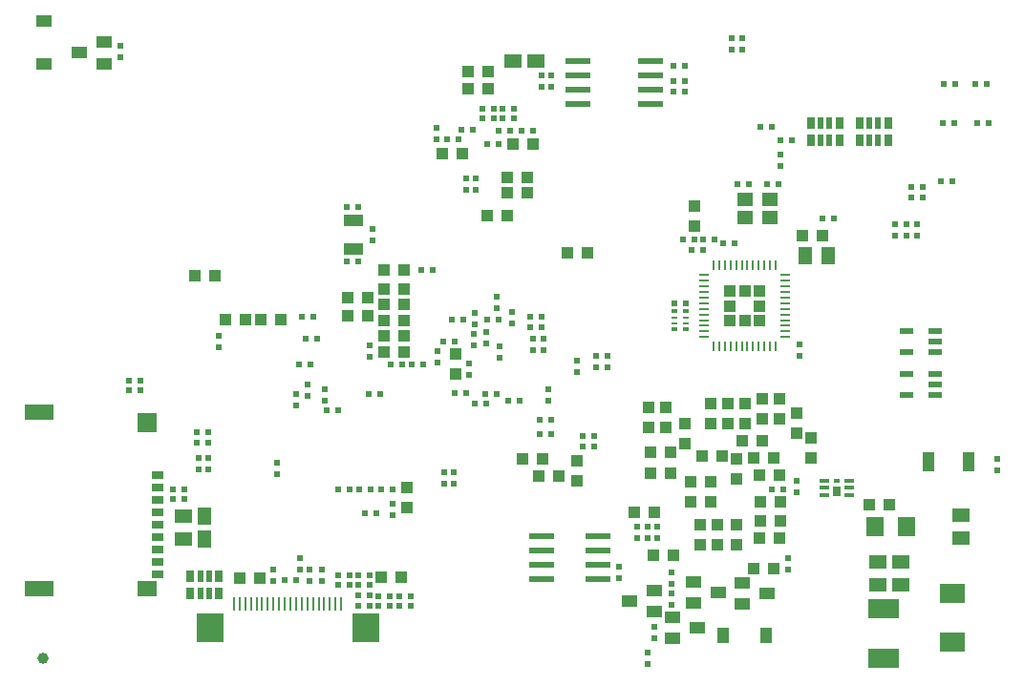
<source format=gbr>
%TF.GenerationSoftware,KiCad,Pcbnew,5.1.4-e60b266~84~ubuntu18.04.1*%
%TF.CreationDate,2025-05-23T09:22:49+03:00*%
%TF.ProjectId,A64-OlinuXino_Rev_H,4136342d-4f6c-4696-9e75-58696e6f5f52,H*%
%TF.SameCoordinates,PX5f5e100PY5f5e100*%
%TF.FileFunction,Paste,Bot*%
%TF.FilePolarity,Positive*%
%FSLAX46Y46*%
G04 Gerber Fmt 4.6, Leading zero omitted, Abs format (unit mm)*
G04 Created by KiCad (PCBNEW 5.1.4-e60b266~84~ubuntu18.04.1) date 2025-05-23 09:22:49*
%MOMM*%
%LPD*%
G04 APERTURE LIST*
%ADD10R,1.200000X0.550000*%
%ADD11R,1.400000X1.000000*%
%ADD12R,0.550000X0.500000*%
%ADD13R,1.400000X1.200000*%
%ADD14C,1.000000*%
%ADD15R,1.800000X1.000000*%
%ADD16R,0.500000X0.550000*%
%ADD17R,2.200000X0.600000*%
%ADD18R,0.600000X0.350000*%
%ADD19R,0.800000X0.950000*%
%ADD20R,0.900000X0.350000*%
%ADD21R,0.605000X0.305000*%
%ADD22R,0.605000X0.230000*%
%ADD23R,1.016000X1.016000*%
%ADD24R,2.600000X1.400000*%
%ADD25R,1.800000X1.800000*%
%ADD26R,1.800000X1.400000*%
%ADD27R,1.100000X0.700000*%
%ADD28R,0.230000X1.280000*%
%ADD29R,2.400000X2.600000*%
%ADD30R,1.000000X1.000000*%
%ADD31R,0.880000X0.230000*%
%ADD32R,0.230000X0.880000*%
%ADD33R,0.508000X1.016000*%
%ADD34R,0.762000X1.016000*%
%ADD35R,1.524000X1.270000*%
%ADD36R,1.000000X1.400000*%
%ADD37R,2.700000X1.800000*%
%ADD38R,1.270000X1.524000*%
%ADD39R,1.524000X1.778000*%
%ADD40R,1.016000X1.778000*%
%ADD41R,2.286000X1.778000*%
G04 APERTURE END LIST*
D10*
%TO.C,TVS2*%
X83545000Y26655000D03*
X83545000Y25705000D03*
X83545000Y24755000D03*
X80945000Y26655000D03*
X80945000Y24755000D03*
%TD*%
%TO.C,TVS1*%
X83545000Y30465000D03*
X83545000Y29515000D03*
X83545000Y28565000D03*
X80945000Y30465000D03*
X80945000Y28565000D03*
%TD*%
D11*
%TO.C,D3*%
X4521000Y54158000D03*
X4521000Y57958000D03*
%TD*%
%TO.C,U16*%
X60190000Y3165000D03*
X60190000Y5065000D03*
X62390000Y4115000D03*
%TD*%
D12*
%TO.C,R24*%
X60147000Y8052000D03*
X60147000Y9068000D03*
%TD*%
%TO.C,R22*%
X60147000Y6147000D03*
X60147000Y7163000D03*
%TD*%
%TO.C,R20*%
X58623000Y4242000D03*
X58623000Y3226000D03*
%TD*%
D11*
%TO.C,FET4*%
X56377640Y6530540D03*
X58587440Y5575500D03*
X58587440Y7477960D03*
%TD*%
%TO.C,FET3*%
X66405560Y6213040D03*
X66405560Y8115500D03*
X68615360Y7160460D03*
%TD*%
D13*
%TO.C,Q4*%
X68867000Y42126000D03*
X66667000Y40526000D03*
X66667000Y42126000D03*
X68867000Y40526000D03*
%TD*%
D14*
%TO.C,FID5*%
X4394000Y1448000D03*
%TD*%
D15*
%TO.C,Q2*%
X31953000Y37790000D03*
X31953000Y40290000D03*
%TD*%
D16*
%TO.C,R15*%
X44399000Y49327000D03*
X43383000Y49327000D03*
%TD*%
D17*
%TO.C,U4*%
X53649501Y8432999D03*
X53649501Y9702999D03*
X53649501Y10972999D03*
X53649501Y12242999D03*
X48649501Y12242999D03*
X48649501Y10972999D03*
X48649501Y9702999D03*
X48649501Y8432999D03*
%TD*%
D12*
%TO.C,C39*%
X55448000Y9576000D03*
X55448000Y8560000D03*
%TD*%
D16*
%TO.C,R66*%
X45161000Y49327000D03*
X46177000Y49327000D03*
%TD*%
D12*
%TO.C,C94*%
X42811500Y43040500D03*
X42811500Y44056500D03*
%TD*%
D16*
%TO.C,R131*%
X36017000Y6972500D03*
X37033000Y6972500D03*
%TD*%
%TO.C,R132*%
X32334000Y7036000D03*
X33350000Y7036000D03*
%TD*%
%TO.C,R127*%
X35191500Y6972500D03*
X34175500Y6972500D03*
%TD*%
%TO.C,R128*%
X33350000Y7925000D03*
X32334000Y7925000D03*
%TD*%
%TO.C,R129*%
X37033000Y6083500D03*
X36017000Y6083500D03*
%TD*%
%TO.C,R130*%
X33350000Y6083500D03*
X32334000Y6083500D03*
%TD*%
%TO.C,R126*%
X30556000Y7925000D03*
X31572000Y7925000D03*
%TD*%
%TO.C,R125*%
X35191500Y6083500D03*
X34175500Y6083500D03*
%TD*%
%TO.C,R121*%
X46177000Y50216000D03*
X45161000Y50216000D03*
%TD*%
D18*
%TO.C,T1*%
X74752000Y17211000D03*
D19*
X74752000Y16211000D03*
D20*
X75852000Y15911000D03*
X75852000Y16561000D03*
X75852000Y17211000D03*
X73652000Y17211000D03*
X73652000Y16561000D03*
X73652000Y15911000D03*
%TD*%
D21*
%TO.C,RM15*%
X60396500Y30630000D03*
X61421500Y30630000D03*
D22*
X60396500Y31170000D03*
X61421500Y31170000D03*
X60396500Y31670000D03*
X61421500Y31670000D03*
D21*
X60396500Y32210000D03*
X61421500Y32210000D03*
%TD*%
D16*
%TO.C,R62*%
X43383000Y50216000D03*
X44399000Y50216000D03*
%TD*%
D23*
%TO.C,C162*%
X61290000Y20498000D03*
X61290000Y22276000D03*
%TD*%
D17*
%TO.C,U12*%
X51832000Y54407000D03*
X51832000Y53137000D03*
X51832000Y51867000D03*
X51832000Y50597000D03*
X58302000Y50597000D03*
X58302000Y51867000D03*
X58302000Y53137000D03*
X58302000Y54407000D03*
%TD*%
D24*
%TO.C,MICRO_SD1*%
X4085000Y7568000D03*
X4085000Y23268000D03*
D25*
X13685000Y22368000D03*
D26*
X13685000Y7568000D03*
D27*
X14565000Y8868000D03*
X14565000Y9968000D03*
X14565000Y11068000D03*
X14565000Y12168000D03*
X14565000Y13268000D03*
X14565000Y14368000D03*
X14565000Y15468000D03*
X14565000Y16568000D03*
X14565000Y17668000D03*
%TD*%
D28*
%TO.C,MIPI-DSI1*%
X21361000Y6230000D03*
X21861000Y6230000D03*
X22361000Y6230000D03*
X22861000Y6230000D03*
X23361000Y6230000D03*
X23861000Y6230000D03*
X24361000Y6230000D03*
X24861000Y6230000D03*
X25361000Y6230000D03*
X25861000Y6230000D03*
X26361000Y6230000D03*
X26861000Y6230000D03*
X27361000Y6230000D03*
X27861000Y6230000D03*
X28361000Y6230000D03*
X28861000Y6230000D03*
X29361000Y6230000D03*
X29861000Y6230000D03*
X30361000Y6230000D03*
X30861000Y6230000D03*
D29*
X19211000Y4130000D03*
X33011000Y4130000D03*
%TD*%
D30*
%TO.C,U15*%
X67919400Y33985400D03*
X66624000Y33985400D03*
X67919400Y32690000D03*
X67919400Y31394600D03*
X66624000Y31394600D03*
X65328600Y31394600D03*
X65328600Y32690000D03*
D31*
X70224000Y35440000D03*
X70224000Y34940000D03*
X70224000Y34440000D03*
X70224000Y33940000D03*
X70224000Y33440000D03*
X70224000Y32940000D03*
X70224000Y32440000D03*
X70224000Y31940000D03*
X70224000Y31440000D03*
X70224000Y30940000D03*
X70224000Y30440000D03*
X70224000Y29940000D03*
D32*
X69374000Y29090000D03*
X68874000Y29090000D03*
X68374000Y29090000D03*
X67874000Y29090000D03*
X67374000Y29090000D03*
X66874000Y29090000D03*
X66374000Y29090000D03*
X65874000Y29090000D03*
X65374000Y29090000D03*
X64874000Y29090000D03*
X64374000Y29090000D03*
X63874000Y29090000D03*
D31*
X63024000Y29940000D03*
X63024000Y30440000D03*
X63024000Y30940000D03*
X63024000Y31440000D03*
X63024000Y31940000D03*
X63024000Y32440000D03*
X63024000Y32940000D03*
X63024000Y33440000D03*
X63024000Y33940000D03*
X63024000Y34440000D03*
X63024000Y34940000D03*
X63024000Y35440000D03*
D32*
X63874000Y36290000D03*
X64374000Y36290000D03*
X64874000Y36290000D03*
X65374000Y36290000D03*
X65874000Y36290000D03*
X66374000Y36290000D03*
X66874000Y36290000D03*
X67374000Y36290000D03*
X67874000Y36290000D03*
X68374000Y36290000D03*
X68874000Y36290000D03*
X69374000Y36290000D03*
D30*
X65328600Y33985400D03*
%TD*%
D33*
%TO.C,RM9*%
X77673000Y47422000D03*
X78435000Y47422000D03*
X77673000Y48946000D03*
X78435000Y48946000D03*
D34*
X76784000Y47422000D03*
X76784000Y48946000D03*
X79324000Y47422000D03*
X79324000Y48946000D03*
%TD*%
D12*
%TO.C,R93*%
X33604000Y38532000D03*
X33604000Y39548000D03*
%TD*%
%TO.C,R46*%
X11252000Y54788000D03*
X11252000Y55804000D03*
%TD*%
%TO.C,C1*%
X35400000Y14092000D03*
X35400000Y15108000D03*
%TD*%
D16*
%TO.C,C2*%
X34366000Y16434000D03*
X35382000Y16434000D03*
%TD*%
%TO.C,C3*%
X32461000Y16434000D03*
X33477000Y16434000D03*
%TD*%
%TO.C,C4*%
X30556000Y16434000D03*
X31572000Y16434000D03*
%TD*%
D23*
%TO.C,C5*%
X36144000Y8623500D03*
X34366000Y8623500D03*
%TD*%
D12*
%TO.C,C6*%
X29159000Y8306000D03*
X29159000Y9322000D03*
%TD*%
%TO.C,C7*%
X24841000Y8306000D03*
X24841000Y9322000D03*
%TD*%
%TO.C,C8*%
X25200000Y18808000D03*
X25200000Y17792000D03*
%TD*%
%TO.C,C9*%
X29413000Y25324000D03*
X29413000Y24308000D03*
%TD*%
D23*
%TO.C,C10*%
X25489000Y31500000D03*
X23711000Y31500000D03*
%TD*%
D12*
%TO.C,C11*%
X19100000Y19208000D03*
X19100000Y18192000D03*
%TD*%
D16*
%TO.C,C12*%
X34008000Y14300000D03*
X32992000Y14300000D03*
%TD*%
%TO.C,C13*%
X32334000Y8814000D03*
X33350000Y8814000D03*
%TD*%
%TO.C,C14*%
X30556000Y8814000D03*
X31572000Y8814000D03*
%TD*%
D12*
%TO.C,C15*%
X33400000Y28192000D03*
X33400000Y29208000D03*
%TD*%
D23*
%TO.C,C16*%
X21911000Y8500000D03*
X23689000Y8500000D03*
%TD*%
D16*
%TO.C,C17*%
X44608000Y24900000D03*
X43592000Y24900000D03*
%TD*%
%TO.C,C18*%
X46708000Y24300000D03*
X45692000Y24300000D03*
%TD*%
%TO.C,C19*%
X29540000Y23419000D03*
X30556000Y23419000D03*
%TD*%
%TO.C,C20*%
X28708000Y29800000D03*
X27692000Y29800000D03*
%TD*%
D23*
%TO.C,C21*%
X31445000Y31801000D03*
X33223000Y31801000D03*
%TD*%
D16*
%TO.C,C22*%
X40892000Y25000000D03*
X41908000Y25000000D03*
%TD*%
%TO.C,C23*%
X18092000Y21500000D03*
X19108000Y21500000D03*
%TD*%
D12*
%TO.C,C24*%
X27200000Y9292000D03*
X27200000Y10308000D03*
%TD*%
D16*
%TO.C,C25*%
X28408000Y31700000D03*
X27392000Y31700000D03*
%TD*%
D23*
%TO.C,C26*%
X20611000Y31500000D03*
X22389000Y31500000D03*
%TD*%
%TO.C,C27*%
X36652000Y16561000D03*
X36652000Y14783000D03*
%TD*%
D12*
%TO.C,C28*%
X27900000Y24692000D03*
X27900000Y25708000D03*
%TD*%
D16*
%TO.C,C29*%
X42692000Y24000000D03*
X43708000Y24000000D03*
%TD*%
%TO.C,C30*%
X34308000Y24900000D03*
X33292000Y24900000D03*
%TD*%
D12*
%TO.C,C31*%
X26900000Y24908000D03*
X26900000Y23892000D03*
%TD*%
D16*
%TO.C,C34*%
X47592000Y30800000D03*
X48608000Y30800000D03*
%TD*%
%TO.C,C35*%
X46892000Y48250000D03*
X47908000Y48250000D03*
%TD*%
D23*
%TO.C,C36*%
X46113500Y47041000D03*
X47891500Y47041000D03*
%TD*%
D16*
%TO.C,C37*%
X40242000Y47500000D03*
X41258000Y47500000D03*
%TD*%
D23*
%TO.C,C38*%
X39861000Y46250000D03*
X41639000Y46250000D03*
%TD*%
%TO.C,C42*%
X42111000Y53500000D03*
X43889000Y53500000D03*
%TD*%
%TO.C,C43*%
X42111000Y51950000D03*
X43889000Y51950000D03*
%TD*%
D16*
%TO.C,C44*%
X42508000Y48350000D03*
X41492000Y48350000D03*
%TD*%
%TO.C,C46*%
X39892000Y29500000D03*
X40908000Y29500000D03*
%TD*%
D12*
%TO.C,C50*%
X39425000Y27667000D03*
X39425000Y28683000D03*
%TD*%
D16*
%TO.C,C51*%
X37092000Y27500000D03*
X38108000Y27500000D03*
%TD*%
D23*
%TO.C,C53*%
X34620000Y30023000D03*
X36398000Y30023000D03*
%TD*%
%TO.C,C54*%
X36398000Y34214000D03*
X34620000Y34214000D03*
%TD*%
%TO.C,C55*%
X34620000Y31420000D03*
X36398000Y31420000D03*
%TD*%
%TO.C,C56*%
X36398000Y32817000D03*
X34620000Y32817000D03*
%TD*%
%TO.C,C59*%
X36398000Y28626000D03*
X34620000Y28626000D03*
%TD*%
%TO.C,C61*%
X41050000Y26636000D03*
X41050000Y28414000D03*
%TD*%
D35*
%TO.C,C64*%
X16840000Y11989000D03*
X16840000Y14021000D03*
%TD*%
D12*
%TO.C,C72*%
X79959000Y39929000D03*
X79959000Y38913000D03*
%TD*%
%TO.C,C73*%
X44625000Y32542000D03*
X44625000Y33558000D03*
%TD*%
D16*
%TO.C,C79*%
X44808000Y31500000D03*
X43792000Y31500000D03*
%TD*%
D12*
%TO.C,C80*%
X47900000Y28792000D03*
X47900000Y29808000D03*
%TD*%
%TO.C,C109*%
X42700000Y32108000D03*
X42700000Y31092000D03*
%TD*%
D16*
%TO.C,C110*%
X47592000Y31700000D03*
X48608000Y31700000D03*
%TD*%
D12*
%TO.C,C115*%
X48800000Y29808000D03*
X48800000Y28792000D03*
%TD*%
D23*
%TO.C,C116*%
X43764000Y40691000D03*
X45542000Y40691000D03*
%TD*%
D12*
%TO.C,C117*%
X42600000Y30208000D03*
X42600000Y29192000D03*
%TD*%
D35*
%TO.C,C118*%
X80467000Y7925000D03*
X80467000Y9957000D03*
%TD*%
%TO.C,C119*%
X78435000Y7925000D03*
X78435000Y9957000D03*
%TD*%
D23*
%TO.C,C120*%
X45542000Y44120000D03*
X47320000Y44120000D03*
%TD*%
%TO.C,C121*%
X68021000Y15291000D03*
X69799000Y15291000D03*
%TD*%
D16*
%TO.C,C123*%
X49508000Y22600000D03*
X48492000Y22600000D03*
%TD*%
D23*
%TO.C,C125*%
X60020000Y19736000D03*
X58242000Y19736000D03*
%TD*%
%TO.C,C126*%
X61798000Y17069000D03*
X63576000Y17069000D03*
%TD*%
D16*
%TO.C,C127*%
X52273000Y20244000D03*
X53289000Y20244000D03*
%TD*%
D23*
%TO.C,C128*%
X68021000Y13640000D03*
X69799000Y13640000D03*
%TD*%
D16*
%TO.C,C130*%
X52273000Y21133000D03*
X53289000Y21133000D03*
%TD*%
D12*
%TO.C,C132*%
X49200000Y24292000D03*
X49200000Y25308000D03*
%TD*%
D23*
%TO.C,C133*%
X65862000Y11481000D03*
X65862000Y13259000D03*
%TD*%
D16*
%TO.C,C134*%
X49508000Y21300000D03*
X48492000Y21300000D03*
%TD*%
D23*
%TO.C,C135*%
X79451000Y15037000D03*
X77673000Y15037000D03*
%TD*%
%TO.C,C137*%
X51765000Y18974000D03*
X51765000Y17196000D03*
%TD*%
%TO.C,C142*%
X48717000Y19101000D03*
X46939000Y19101000D03*
%TD*%
%TO.C,C145*%
X64211000Y11481000D03*
X64211000Y13259000D03*
%TD*%
%TO.C,C147*%
X72466000Y21006000D03*
X72466000Y19228000D03*
%TD*%
%TO.C,C148*%
X50114000Y17577000D03*
X48336000Y17577000D03*
%TD*%
%TO.C,C149*%
X62687000Y13259000D03*
X62687000Y11481000D03*
%TD*%
%TO.C,C151*%
X58496000Y10592000D03*
X60274000Y10592000D03*
%TD*%
%TO.C,C152*%
X69164000Y9423600D03*
X67386000Y9423600D03*
%TD*%
%TO.C,C153*%
X66624000Y22276000D03*
X66624000Y24054000D03*
%TD*%
D12*
%TO.C,C155*%
X42200000Y27608000D03*
X42200000Y26592000D03*
%TD*%
D16*
%TO.C,C156*%
X85293000Y52375000D03*
X84277000Y52375000D03*
%TD*%
D23*
%TO.C,C157*%
X65862000Y19101000D03*
X65862000Y17323000D03*
%TD*%
D12*
%TO.C,C158*%
X44900000Y29108000D03*
X44900000Y28092000D03*
%TD*%
D23*
%TO.C,C159*%
X60020000Y17831000D03*
X58242000Y17831000D03*
%TD*%
%TO.C,C160*%
X58115000Y23673000D03*
X58115000Y21895000D03*
%TD*%
%TO.C,C161*%
X62814000Y19355000D03*
X64592000Y19355000D03*
%TD*%
%TO.C,C164*%
X63576000Y22276000D03*
X63576000Y24054000D03*
%TD*%
%TO.C,C165*%
X65100000Y22276000D03*
X65100000Y24054000D03*
%TD*%
%TO.C,C167*%
X68148000Y20752000D03*
X66370000Y20752000D03*
%TD*%
%TO.C,C168*%
X59639000Y23673000D03*
X59639000Y21895000D03*
%TD*%
%TO.C,C170*%
X69164000Y19228000D03*
X67386000Y19228000D03*
%TD*%
%TO.C,C171*%
X63576000Y15291000D03*
X61798000Y15291000D03*
%TD*%
%TO.C,C173*%
X56845000Y14402000D03*
X58623000Y14402000D03*
%TD*%
%TO.C,C174*%
X71196000Y21387000D03*
X71196000Y23165000D03*
%TD*%
%TO.C,C176*%
X69672000Y17704000D03*
X67894000Y17704000D03*
%TD*%
D16*
%TO.C,C177*%
X85166000Y48946000D03*
X84150000Y48946000D03*
%TD*%
D23*
%TO.C,C178*%
X69672000Y22657000D03*
X69672000Y24435000D03*
%TD*%
%TO.C,C179*%
X68148000Y22657000D03*
X68148000Y24435000D03*
%TD*%
D35*
%TO.C,C180*%
X85801000Y12116000D03*
X85801000Y14148000D03*
%TD*%
D23*
%TO.C,C181*%
X69672000Y12116000D03*
X67894000Y12116000D03*
%TD*%
D16*
%TO.C,C183*%
X31318000Y41453000D03*
X32334000Y41453000D03*
%TD*%
%TO.C,C184*%
X31318000Y36627000D03*
X32334000Y36627000D03*
%TD*%
D23*
%TO.C,C188*%
X45542000Y42723000D03*
X47320000Y42723000D03*
%TD*%
D16*
%TO.C,C189*%
X41708000Y31500000D03*
X40692000Y31500000D03*
%TD*%
D23*
%TO.C,C190*%
X17856000Y35357000D03*
X19634000Y35357000D03*
%TD*%
D12*
%TO.C,C191*%
X46000000Y31166000D03*
X46000000Y32182000D03*
%TD*%
D23*
%TO.C,C192*%
X36398000Y35865000D03*
X34620000Y35865000D03*
%TD*%
%TO.C,C194*%
X50876000Y37389000D03*
X52654000Y37389000D03*
%TD*%
D36*
%TO.C,D4*%
X68524000Y3480000D03*
X64724000Y3480000D03*
%TD*%
D11*
%TO.C,FET1*%
X9819440Y56118960D03*
X9819440Y54216500D03*
X7609640Y55171540D03*
%TD*%
%TO.C,FET2*%
X62087560Y6340040D03*
X62087560Y8242500D03*
X64297360Y7287460D03*
%TD*%
D37*
%TO.C,FUSE2*%
X78943000Y1407000D03*
X78943000Y5807000D03*
%TD*%
D35*
%TO.C,L1*%
X48082000Y54407000D03*
X46050000Y54407000D03*
%TD*%
D38*
%TO.C,L2*%
X18745000Y11989000D03*
X18745000Y14021000D03*
%TD*%
D16*
%TO.C,R2*%
X28108000Y27500000D03*
X27092000Y27500000D03*
%TD*%
D12*
%TO.C,R3*%
X40843000Y17958000D03*
X40843000Y16942000D03*
%TD*%
%TO.C,R4*%
X39954000Y17958000D03*
X39954000Y16942000D03*
%TD*%
D16*
%TO.C,R54*%
X68021000Y48565000D03*
X69037000Y48565000D03*
%TD*%
D12*
%TO.C,R60*%
X69799000Y46152000D03*
X69799000Y45136000D03*
%TD*%
D16*
%TO.C,R96*%
X37922000Y35865000D03*
X38938000Y35865000D03*
%TD*%
D12*
%TO.C,R97*%
X51765000Y27864000D03*
X51765000Y26848000D03*
%TD*%
D16*
%TO.C,R98*%
X53416000Y27229000D03*
X54432000Y27229000D03*
%TD*%
D33*
%TO.C,RM7*%
X18364000Y7163000D03*
X19126000Y7163000D03*
X18364000Y8687000D03*
X19126000Y8687000D03*
D34*
X17475000Y7163000D03*
X17475000Y8687000D03*
X20015000Y7163000D03*
X20015000Y8687000D03*
%TD*%
D33*
%TO.C,RM12*%
X73355000Y47422000D03*
X74117000Y47422000D03*
X73355000Y48946000D03*
X74117000Y48946000D03*
D34*
X72466000Y47422000D03*
X72466000Y48946000D03*
X75006000Y47422000D03*
X75006000Y48946000D03*
%TD*%
D16*
%TO.C,R37*%
X85039000Y43739000D03*
X84023000Y43739000D03*
%TD*%
D12*
%TO.C,R38*%
X81864000Y38913000D03*
X81864000Y39929000D03*
%TD*%
D16*
%TO.C,R41*%
X73482000Y40437000D03*
X74498000Y40437000D03*
%TD*%
D12*
%TO.C,R42*%
X80975000Y39929000D03*
X80975000Y38913000D03*
%TD*%
D16*
%TO.C,R61*%
X70815000Y47422000D03*
X69799000Y47422000D03*
%TD*%
D12*
%TO.C,C197*%
X43700000Y29392000D03*
X43700000Y30408000D03*
%TD*%
%TO.C,R85*%
X70434000Y9322000D03*
X70434000Y10338000D03*
%TD*%
%TO.C,R84*%
X71196000Y16180000D03*
X71196000Y17196000D03*
%TD*%
D39*
%TO.C,R78*%
X80975000Y13132000D03*
X78181000Y13132000D03*
%TD*%
D16*
%TO.C,R92*%
X69037000Y16434000D03*
X70053000Y16434000D03*
%TD*%
D12*
%TO.C,R90*%
X57099000Y13132000D03*
X57099000Y12116000D03*
%TD*%
%TO.C,R88*%
X57988000Y13132000D03*
X57988000Y12116000D03*
%TD*%
D16*
%TO.C,R89*%
X87071000Y52375000D03*
X88087000Y52375000D03*
%TD*%
D12*
%TO.C,R83*%
X58877000Y12116000D03*
X58877000Y13132000D03*
%TD*%
D16*
%TO.C,R91*%
X87198000Y48946000D03*
X88214000Y48946000D03*
%TD*%
D12*
%TO.C,R95*%
X57988000Y940000D03*
X57988000Y1956000D03*
%TD*%
D16*
%TO.C,R30*%
X16967000Y16434000D03*
X15951000Y16434000D03*
%TD*%
%TO.C,R31*%
X16967000Y15545000D03*
X15951000Y15545000D03*
%TD*%
%TO.C,R21*%
X45796000Y48247500D03*
X44780000Y48247500D03*
%TD*%
%TO.C,R23*%
X44780000Y47050000D03*
X43764000Y47050000D03*
%TD*%
%TO.C,R27*%
X36271000Y27483000D03*
X35255000Y27483000D03*
%TD*%
D12*
%TO.C,R1*%
X20000000Y30008000D03*
X20000000Y28992000D03*
%TD*%
%TO.C,R5*%
X18200000Y18192000D03*
X18200000Y19208000D03*
%TD*%
D16*
%TO.C,R8*%
X19108000Y20600000D03*
X18092000Y20600000D03*
%TD*%
D12*
%TO.C,R9*%
X28079500Y8306000D03*
X28079500Y9322000D03*
%TD*%
D16*
%TO.C,R13*%
X26908000Y8400000D03*
X25892000Y8400000D03*
%TD*%
%TO.C,R86*%
X82372000Y43231000D03*
X81356000Y43231000D03*
%TD*%
%TO.C,R87*%
X82372000Y42342000D03*
X81356000Y42342000D03*
%TD*%
D23*
%TO.C,R36*%
X33223000Y33452000D03*
X31445000Y33452000D03*
%TD*%
D40*
%TO.C,C196*%
X82880000Y18847000D03*
X86436000Y18847000D03*
%TD*%
D38*
%TO.C,C201*%
X73990000Y37135000D03*
X71958000Y37135000D03*
%TD*%
D23*
%TO.C,C211*%
X62179000Y39802000D03*
X62179000Y41580000D03*
%TD*%
D16*
%TO.C,R105*%
X61417000Y32944000D03*
X60401000Y32944000D03*
%TD*%
%TO.C,R109*%
X63957000Y38595500D03*
X62941000Y38595500D03*
%TD*%
%TO.C,R110*%
X65735000Y38278000D03*
X64719000Y38278000D03*
%TD*%
D12*
%TO.C,R111*%
X88976000Y18085000D03*
X88976000Y19101000D03*
%TD*%
D23*
%TO.C,R115*%
X73482000Y38913000D03*
X71704000Y38913000D03*
%TD*%
D16*
%TO.C,C210*%
X62941000Y37643000D03*
X61925000Y37643000D03*
%TD*%
D12*
%TO.C,C216*%
X71450000Y29261000D03*
X71450000Y28245000D03*
%TD*%
%TO.C,C81*%
X48590000Y53200500D03*
X48590000Y52184500D03*
%TD*%
D16*
%TO.C,R53*%
X61290000Y54026000D03*
X60274000Y54026000D03*
%TD*%
%TO.C,R55*%
X61290000Y51740000D03*
X60274000Y51740000D03*
%TD*%
%TO.C,R56*%
X61290000Y52629000D03*
X60274000Y52629000D03*
%TD*%
D12*
%TO.C,R57*%
X49479000Y53200500D03*
X49479000Y52184500D03*
%TD*%
D16*
%TO.C,C86*%
X13030000Y26086000D03*
X12014000Y26086000D03*
%TD*%
%TO.C,C87*%
X13030000Y25197000D03*
X12014000Y25197000D03*
%TD*%
D12*
%TO.C,R28*%
X66370000Y55423000D03*
X66370000Y56439000D03*
%TD*%
%TO.C,R65*%
X65481000Y55423000D03*
X65481000Y56439000D03*
%TD*%
D16*
%TO.C,C212*%
X69608500Y43485000D03*
X68592500Y43485000D03*
%TD*%
%TO.C,C213*%
X65989000Y43485000D03*
X67005000Y43485000D03*
%TD*%
D41*
%TO.C,D1*%
X85039000Y7181000D03*
X85039000Y2827000D03*
%TD*%
D12*
%TO.C,R67*%
X39350000Y48508000D03*
X39350000Y47492000D03*
%TD*%
%TO.C,R68*%
X41922500Y43040500D03*
X41922500Y44056500D03*
%TD*%
D16*
%TO.C,C88*%
X54432000Y28245000D03*
X53416000Y28245000D03*
%TD*%
%TO.C,C93*%
X62179000Y38595500D03*
X61163000Y38595500D03*
%TD*%
M02*

</source>
